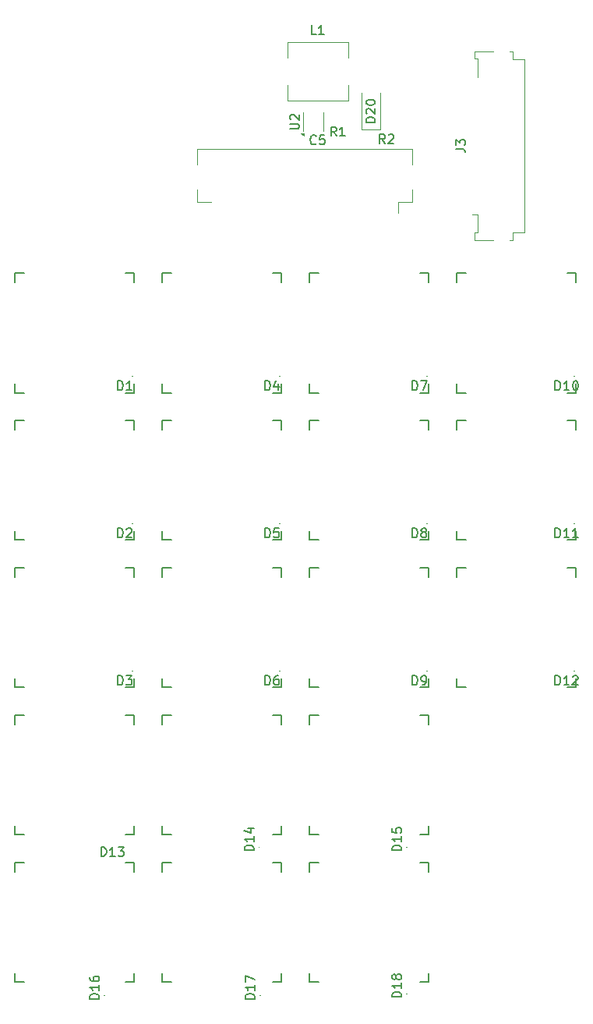
<source format=gto>
G04 #@! TF.GenerationSoftware,KiCad,Pcbnew,9.0.3*
G04 #@! TF.CreationDate,2025-08-28T23:08:17-05:00*
G04 #@! TF.ProjectId,PiPhoneV0,50695068-6f6e-4655-9630-2e6b69636164,rev?*
G04 #@! TF.SameCoordinates,Original*
G04 #@! TF.FileFunction,Legend,Top*
G04 #@! TF.FilePolarity,Positive*
%FSLAX46Y46*%
G04 Gerber Fmt 4.6, Leading zero omitted, Abs format (unit mm)*
G04 Created by KiCad (PCBNEW 9.0.3) date 2025-08-28 23:08:17*
%MOMM*%
%LPD*%
G01*
G04 APERTURE LIST*
%ADD10C,0.150000*%
%ADD11C,0.100000*%
%ADD12C,0.140000*%
%ADD13C,0.120000*%
G04 APERTURE END LIST*
D10*
X107696299Y-170225198D02*
X107696299Y-169225198D01*
X107696299Y-169225198D02*
X107934394Y-169225198D01*
X107934394Y-169225198D02*
X108077251Y-169272817D01*
X108077251Y-169272817D02*
X108172489Y-169368055D01*
X108172489Y-169368055D02*
X108220108Y-169463293D01*
X108220108Y-169463293D02*
X108267727Y-169653769D01*
X108267727Y-169653769D02*
X108267727Y-169796626D01*
X108267727Y-169796626D02*
X108220108Y-169987102D01*
X108220108Y-169987102D02*
X108172489Y-170082340D01*
X108172489Y-170082340D02*
X108077251Y-170177579D01*
X108077251Y-170177579D02*
X107934394Y-170225198D01*
X107934394Y-170225198D02*
X107696299Y-170225198D01*
X108601061Y-169225198D02*
X109220108Y-169225198D01*
X109220108Y-169225198D02*
X108886775Y-169606150D01*
X108886775Y-169606150D02*
X109029632Y-169606150D01*
X109029632Y-169606150D02*
X109124870Y-169653769D01*
X109124870Y-169653769D02*
X109172489Y-169701388D01*
X109172489Y-169701388D02*
X109220108Y-169796626D01*
X109220108Y-169796626D02*
X109220108Y-170034721D01*
X109220108Y-170034721D02*
X109172489Y-170129959D01*
X109172489Y-170129959D02*
X109124870Y-170177579D01*
X109124870Y-170177579D02*
X109029632Y-170225198D01*
X109029632Y-170225198D02*
X108743918Y-170225198D01*
X108743918Y-170225198D02*
X108648680Y-170177579D01*
X108648680Y-170177579D02*
X108601061Y-170129959D01*
X139696299Y-170225198D02*
X139696299Y-169225198D01*
X139696299Y-169225198D02*
X139934394Y-169225198D01*
X139934394Y-169225198D02*
X140077251Y-169272817D01*
X140077251Y-169272817D02*
X140172489Y-169368055D01*
X140172489Y-169368055D02*
X140220108Y-169463293D01*
X140220108Y-169463293D02*
X140267727Y-169653769D01*
X140267727Y-169653769D02*
X140267727Y-169796626D01*
X140267727Y-169796626D02*
X140220108Y-169987102D01*
X140220108Y-169987102D02*
X140172489Y-170082340D01*
X140172489Y-170082340D02*
X140077251Y-170177579D01*
X140077251Y-170177579D02*
X139934394Y-170225198D01*
X139934394Y-170225198D02*
X139696299Y-170225198D01*
X140743918Y-170225198D02*
X140934394Y-170225198D01*
X140934394Y-170225198D02*
X141029632Y-170177579D01*
X141029632Y-170177579D02*
X141077251Y-170129959D01*
X141077251Y-170129959D02*
X141172489Y-169987102D01*
X141172489Y-169987102D02*
X141220108Y-169796626D01*
X141220108Y-169796626D02*
X141220108Y-169415674D01*
X141220108Y-169415674D02*
X141172489Y-169320436D01*
X141172489Y-169320436D02*
X141124870Y-169272817D01*
X141124870Y-169272817D02*
X141029632Y-169225198D01*
X141029632Y-169225198D02*
X140839156Y-169225198D01*
X140839156Y-169225198D02*
X140743918Y-169272817D01*
X140743918Y-169272817D02*
X140696299Y-169320436D01*
X140696299Y-169320436D02*
X140648680Y-169415674D01*
X140648680Y-169415674D02*
X140648680Y-169653769D01*
X140648680Y-169653769D02*
X140696299Y-169749007D01*
X140696299Y-169749007D02*
X140743918Y-169796626D01*
X140743918Y-169796626D02*
X140839156Y-169844245D01*
X140839156Y-169844245D02*
X141029632Y-169844245D01*
X141029632Y-169844245D02*
X141124870Y-169796626D01*
X141124870Y-169796626D02*
X141172489Y-169749007D01*
X141172489Y-169749007D02*
X141220108Y-169653769D01*
X144434819Y-112033333D02*
X145149104Y-112033333D01*
X145149104Y-112033333D02*
X145291961Y-112080952D01*
X145291961Y-112080952D02*
X145387200Y-112176190D01*
X145387200Y-112176190D02*
X145434819Y-112319047D01*
X145434819Y-112319047D02*
X145434819Y-112414285D01*
X144434819Y-111652380D02*
X144434819Y-111033333D01*
X144434819Y-111033333D02*
X144815771Y-111366666D01*
X144815771Y-111366666D02*
X144815771Y-111223809D01*
X144815771Y-111223809D02*
X144863390Y-111128571D01*
X144863390Y-111128571D02*
X144911009Y-111080952D01*
X144911009Y-111080952D02*
X145006247Y-111033333D01*
X145006247Y-111033333D02*
X145244342Y-111033333D01*
X145244342Y-111033333D02*
X145339580Y-111080952D01*
X145339580Y-111080952D02*
X145387200Y-111128571D01*
X145387200Y-111128571D02*
X145434819Y-111223809D01*
X145434819Y-111223809D02*
X145434819Y-111509523D01*
X145434819Y-111509523D02*
X145387200Y-111604761D01*
X145387200Y-111604761D02*
X145339580Y-111652380D01*
X105659819Y-204314285D02*
X104659819Y-204314285D01*
X104659819Y-204314285D02*
X104659819Y-204076190D01*
X104659819Y-204076190D02*
X104707438Y-203933333D01*
X104707438Y-203933333D02*
X104802676Y-203838095D01*
X104802676Y-203838095D02*
X104897914Y-203790476D01*
X104897914Y-203790476D02*
X105088390Y-203742857D01*
X105088390Y-203742857D02*
X105231247Y-203742857D01*
X105231247Y-203742857D02*
X105421723Y-203790476D01*
X105421723Y-203790476D02*
X105516961Y-203838095D01*
X105516961Y-203838095D02*
X105612200Y-203933333D01*
X105612200Y-203933333D02*
X105659819Y-204076190D01*
X105659819Y-204076190D02*
X105659819Y-204314285D01*
X105659819Y-202790476D02*
X105659819Y-203361904D01*
X105659819Y-203076190D02*
X104659819Y-203076190D01*
X104659819Y-203076190D02*
X104802676Y-203171428D01*
X104802676Y-203171428D02*
X104897914Y-203266666D01*
X104897914Y-203266666D02*
X104945533Y-203361904D01*
X104659819Y-201933333D02*
X104659819Y-202123809D01*
X104659819Y-202123809D02*
X104707438Y-202219047D01*
X104707438Y-202219047D02*
X104755057Y-202266666D01*
X104755057Y-202266666D02*
X104897914Y-202361904D01*
X104897914Y-202361904D02*
X105088390Y-202409523D01*
X105088390Y-202409523D02*
X105469342Y-202409523D01*
X105469342Y-202409523D02*
X105564580Y-202361904D01*
X105564580Y-202361904D02*
X105612200Y-202314285D01*
X105612200Y-202314285D02*
X105659819Y-202219047D01*
X105659819Y-202219047D02*
X105659819Y-202028571D01*
X105659819Y-202028571D02*
X105612200Y-201933333D01*
X105612200Y-201933333D02*
X105564580Y-201885714D01*
X105564580Y-201885714D02*
X105469342Y-201838095D01*
X105469342Y-201838095D02*
X105231247Y-201838095D01*
X105231247Y-201838095D02*
X105136009Y-201885714D01*
X105136009Y-201885714D02*
X105088390Y-201933333D01*
X105088390Y-201933333D02*
X105040771Y-202028571D01*
X105040771Y-202028571D02*
X105040771Y-202219047D01*
X105040771Y-202219047D02*
X105088390Y-202314285D01*
X105088390Y-202314285D02*
X105136009Y-202361904D01*
X105136009Y-202361904D02*
X105231247Y-202409523D01*
X123696299Y-154225198D02*
X123696299Y-153225198D01*
X123696299Y-153225198D02*
X123934394Y-153225198D01*
X123934394Y-153225198D02*
X124077251Y-153272817D01*
X124077251Y-153272817D02*
X124172489Y-153368055D01*
X124172489Y-153368055D02*
X124220108Y-153463293D01*
X124220108Y-153463293D02*
X124267727Y-153653769D01*
X124267727Y-153653769D02*
X124267727Y-153796626D01*
X124267727Y-153796626D02*
X124220108Y-153987102D01*
X124220108Y-153987102D02*
X124172489Y-154082340D01*
X124172489Y-154082340D02*
X124077251Y-154177579D01*
X124077251Y-154177579D02*
X123934394Y-154225198D01*
X123934394Y-154225198D02*
X123696299Y-154225198D01*
X125172489Y-153225198D02*
X124696299Y-153225198D01*
X124696299Y-153225198D02*
X124648680Y-153701388D01*
X124648680Y-153701388D02*
X124696299Y-153653769D01*
X124696299Y-153653769D02*
X124791537Y-153606150D01*
X124791537Y-153606150D02*
X125029632Y-153606150D01*
X125029632Y-153606150D02*
X125124870Y-153653769D01*
X125124870Y-153653769D02*
X125172489Y-153701388D01*
X125172489Y-153701388D02*
X125220108Y-153796626D01*
X125220108Y-153796626D02*
X125220108Y-154034721D01*
X125220108Y-154034721D02*
X125172489Y-154129959D01*
X125172489Y-154129959D02*
X125124870Y-154177579D01*
X125124870Y-154177579D02*
X125029632Y-154225198D01*
X125029632Y-154225198D02*
X124791537Y-154225198D01*
X124791537Y-154225198D02*
X124696299Y-154177579D01*
X124696299Y-154177579D02*
X124648680Y-154129959D01*
X138504819Y-204114285D02*
X137504819Y-204114285D01*
X137504819Y-204114285D02*
X137504819Y-203876190D01*
X137504819Y-203876190D02*
X137552438Y-203733333D01*
X137552438Y-203733333D02*
X137647676Y-203638095D01*
X137647676Y-203638095D02*
X137742914Y-203590476D01*
X137742914Y-203590476D02*
X137933390Y-203542857D01*
X137933390Y-203542857D02*
X138076247Y-203542857D01*
X138076247Y-203542857D02*
X138266723Y-203590476D01*
X138266723Y-203590476D02*
X138361961Y-203638095D01*
X138361961Y-203638095D02*
X138457200Y-203733333D01*
X138457200Y-203733333D02*
X138504819Y-203876190D01*
X138504819Y-203876190D02*
X138504819Y-204114285D01*
X138504819Y-202590476D02*
X138504819Y-203161904D01*
X138504819Y-202876190D02*
X137504819Y-202876190D01*
X137504819Y-202876190D02*
X137647676Y-202971428D01*
X137647676Y-202971428D02*
X137742914Y-203066666D01*
X137742914Y-203066666D02*
X137790533Y-203161904D01*
X137933390Y-202019047D02*
X137885771Y-202114285D01*
X137885771Y-202114285D02*
X137838152Y-202161904D01*
X137838152Y-202161904D02*
X137742914Y-202209523D01*
X137742914Y-202209523D02*
X137695295Y-202209523D01*
X137695295Y-202209523D02*
X137600057Y-202161904D01*
X137600057Y-202161904D02*
X137552438Y-202114285D01*
X137552438Y-202114285D02*
X137504819Y-202019047D01*
X137504819Y-202019047D02*
X137504819Y-201828571D01*
X137504819Y-201828571D02*
X137552438Y-201733333D01*
X137552438Y-201733333D02*
X137600057Y-201685714D01*
X137600057Y-201685714D02*
X137695295Y-201638095D01*
X137695295Y-201638095D02*
X137742914Y-201638095D01*
X137742914Y-201638095D02*
X137838152Y-201685714D01*
X137838152Y-201685714D02*
X137885771Y-201733333D01*
X137885771Y-201733333D02*
X137933390Y-201828571D01*
X137933390Y-201828571D02*
X137933390Y-202019047D01*
X137933390Y-202019047D02*
X137981009Y-202114285D01*
X137981009Y-202114285D02*
X138028628Y-202161904D01*
X138028628Y-202161904D02*
X138123866Y-202209523D01*
X138123866Y-202209523D02*
X138314342Y-202209523D01*
X138314342Y-202209523D02*
X138409580Y-202161904D01*
X138409580Y-202161904D02*
X138457200Y-202114285D01*
X138457200Y-202114285D02*
X138504819Y-202019047D01*
X138504819Y-202019047D02*
X138504819Y-201828571D01*
X138504819Y-201828571D02*
X138457200Y-201733333D01*
X138457200Y-201733333D02*
X138409580Y-201685714D01*
X138409580Y-201685714D02*
X138314342Y-201638095D01*
X138314342Y-201638095D02*
X138123866Y-201638095D01*
X138123866Y-201638095D02*
X138028628Y-201685714D01*
X138028628Y-201685714D02*
X137981009Y-201733333D01*
X137981009Y-201733333D02*
X137933390Y-201828571D01*
X139696299Y-154225198D02*
X139696299Y-153225198D01*
X139696299Y-153225198D02*
X139934394Y-153225198D01*
X139934394Y-153225198D02*
X140077251Y-153272817D01*
X140077251Y-153272817D02*
X140172489Y-153368055D01*
X140172489Y-153368055D02*
X140220108Y-153463293D01*
X140220108Y-153463293D02*
X140267727Y-153653769D01*
X140267727Y-153653769D02*
X140267727Y-153796626D01*
X140267727Y-153796626D02*
X140220108Y-153987102D01*
X140220108Y-153987102D02*
X140172489Y-154082340D01*
X140172489Y-154082340D02*
X140077251Y-154177579D01*
X140077251Y-154177579D02*
X139934394Y-154225198D01*
X139934394Y-154225198D02*
X139696299Y-154225198D01*
X140839156Y-153653769D02*
X140743918Y-153606150D01*
X140743918Y-153606150D02*
X140696299Y-153558531D01*
X140696299Y-153558531D02*
X140648680Y-153463293D01*
X140648680Y-153463293D02*
X140648680Y-153415674D01*
X140648680Y-153415674D02*
X140696299Y-153320436D01*
X140696299Y-153320436D02*
X140743918Y-153272817D01*
X140743918Y-153272817D02*
X140839156Y-153225198D01*
X140839156Y-153225198D02*
X141029632Y-153225198D01*
X141029632Y-153225198D02*
X141124870Y-153272817D01*
X141124870Y-153272817D02*
X141172489Y-153320436D01*
X141172489Y-153320436D02*
X141220108Y-153415674D01*
X141220108Y-153415674D02*
X141220108Y-153463293D01*
X141220108Y-153463293D02*
X141172489Y-153558531D01*
X141172489Y-153558531D02*
X141124870Y-153606150D01*
X141124870Y-153606150D02*
X141029632Y-153653769D01*
X141029632Y-153653769D02*
X140839156Y-153653769D01*
X140839156Y-153653769D02*
X140743918Y-153701388D01*
X140743918Y-153701388D02*
X140696299Y-153749007D01*
X140696299Y-153749007D02*
X140648680Y-153844245D01*
X140648680Y-153844245D02*
X140648680Y-154034721D01*
X140648680Y-154034721D02*
X140696299Y-154129959D01*
X140696299Y-154129959D02*
X140743918Y-154177579D01*
X140743918Y-154177579D02*
X140839156Y-154225198D01*
X140839156Y-154225198D02*
X141029632Y-154225198D01*
X141029632Y-154225198D02*
X141124870Y-154177579D01*
X141124870Y-154177579D02*
X141172489Y-154129959D01*
X141172489Y-154129959D02*
X141220108Y-154034721D01*
X141220108Y-154034721D02*
X141220108Y-153844245D01*
X141220108Y-153844245D02*
X141172489Y-153749007D01*
X141172489Y-153749007D02*
X141124870Y-153701388D01*
X141124870Y-153701388D02*
X141029632Y-153653769D01*
X155220108Y-170225198D02*
X155220108Y-169225198D01*
X155220108Y-169225198D02*
X155458203Y-169225198D01*
X155458203Y-169225198D02*
X155601060Y-169272817D01*
X155601060Y-169272817D02*
X155696298Y-169368055D01*
X155696298Y-169368055D02*
X155743917Y-169463293D01*
X155743917Y-169463293D02*
X155791536Y-169653769D01*
X155791536Y-169653769D02*
X155791536Y-169796626D01*
X155791536Y-169796626D02*
X155743917Y-169987102D01*
X155743917Y-169987102D02*
X155696298Y-170082340D01*
X155696298Y-170082340D02*
X155601060Y-170177579D01*
X155601060Y-170177579D02*
X155458203Y-170225198D01*
X155458203Y-170225198D02*
X155220108Y-170225198D01*
X156743917Y-170225198D02*
X156172489Y-170225198D01*
X156458203Y-170225198D02*
X156458203Y-169225198D01*
X156458203Y-169225198D02*
X156362965Y-169368055D01*
X156362965Y-169368055D02*
X156267727Y-169463293D01*
X156267727Y-169463293D02*
X156172489Y-169510912D01*
X157124870Y-169320436D02*
X157172489Y-169272817D01*
X157172489Y-169272817D02*
X157267727Y-169225198D01*
X157267727Y-169225198D02*
X157505822Y-169225198D01*
X157505822Y-169225198D02*
X157601060Y-169272817D01*
X157601060Y-169272817D02*
X157648679Y-169320436D01*
X157648679Y-169320436D02*
X157696298Y-169415674D01*
X157696298Y-169415674D02*
X157696298Y-169510912D01*
X157696298Y-169510912D02*
X157648679Y-169653769D01*
X157648679Y-169653769D02*
X157077251Y-170225198D01*
X157077251Y-170225198D02*
X157696298Y-170225198D01*
X155220108Y-138225198D02*
X155220108Y-137225198D01*
X155220108Y-137225198D02*
X155458203Y-137225198D01*
X155458203Y-137225198D02*
X155601060Y-137272817D01*
X155601060Y-137272817D02*
X155696298Y-137368055D01*
X155696298Y-137368055D02*
X155743917Y-137463293D01*
X155743917Y-137463293D02*
X155791536Y-137653769D01*
X155791536Y-137653769D02*
X155791536Y-137796626D01*
X155791536Y-137796626D02*
X155743917Y-137987102D01*
X155743917Y-137987102D02*
X155696298Y-138082340D01*
X155696298Y-138082340D02*
X155601060Y-138177579D01*
X155601060Y-138177579D02*
X155458203Y-138225198D01*
X155458203Y-138225198D02*
X155220108Y-138225198D01*
X156743917Y-138225198D02*
X156172489Y-138225198D01*
X156458203Y-138225198D02*
X156458203Y-137225198D01*
X156458203Y-137225198D02*
X156362965Y-137368055D01*
X156362965Y-137368055D02*
X156267727Y-137463293D01*
X156267727Y-137463293D02*
X156172489Y-137510912D01*
X157362965Y-137225198D02*
X157458203Y-137225198D01*
X157458203Y-137225198D02*
X157553441Y-137272817D01*
X157553441Y-137272817D02*
X157601060Y-137320436D01*
X157601060Y-137320436D02*
X157648679Y-137415674D01*
X157648679Y-137415674D02*
X157696298Y-137606150D01*
X157696298Y-137606150D02*
X157696298Y-137844245D01*
X157696298Y-137844245D02*
X157648679Y-138034721D01*
X157648679Y-138034721D02*
X157601060Y-138129959D01*
X157601060Y-138129959D02*
X157553441Y-138177579D01*
X157553441Y-138177579D02*
X157458203Y-138225198D01*
X157458203Y-138225198D02*
X157362965Y-138225198D01*
X157362965Y-138225198D02*
X157267727Y-138177579D01*
X157267727Y-138177579D02*
X157220108Y-138129959D01*
X157220108Y-138129959D02*
X157172489Y-138034721D01*
X157172489Y-138034721D02*
X157124870Y-137844245D01*
X157124870Y-137844245D02*
X157124870Y-137606150D01*
X157124870Y-137606150D02*
X157172489Y-137415674D01*
X157172489Y-137415674D02*
X157220108Y-137320436D01*
X157220108Y-137320436D02*
X157267727Y-137272817D01*
X157267727Y-137272817D02*
X157362965Y-137225198D01*
X122459819Y-188194285D02*
X121459819Y-188194285D01*
X121459819Y-188194285D02*
X121459819Y-187956190D01*
X121459819Y-187956190D02*
X121507438Y-187813333D01*
X121507438Y-187813333D02*
X121602676Y-187718095D01*
X121602676Y-187718095D02*
X121697914Y-187670476D01*
X121697914Y-187670476D02*
X121888390Y-187622857D01*
X121888390Y-187622857D02*
X122031247Y-187622857D01*
X122031247Y-187622857D02*
X122221723Y-187670476D01*
X122221723Y-187670476D02*
X122316961Y-187718095D01*
X122316961Y-187718095D02*
X122412200Y-187813333D01*
X122412200Y-187813333D02*
X122459819Y-187956190D01*
X122459819Y-187956190D02*
X122459819Y-188194285D01*
X122459819Y-186670476D02*
X122459819Y-187241904D01*
X122459819Y-186956190D02*
X121459819Y-186956190D01*
X121459819Y-186956190D02*
X121602676Y-187051428D01*
X121602676Y-187051428D02*
X121697914Y-187146666D01*
X121697914Y-187146666D02*
X121745533Y-187241904D01*
X121793152Y-185813333D02*
X122459819Y-185813333D01*
X121412200Y-186051428D02*
X122126485Y-186289523D01*
X122126485Y-186289523D02*
X122126485Y-185670476D01*
X129233333Y-111459580D02*
X129185714Y-111507200D01*
X129185714Y-111507200D02*
X129042857Y-111554819D01*
X129042857Y-111554819D02*
X128947619Y-111554819D01*
X128947619Y-111554819D02*
X128804762Y-111507200D01*
X128804762Y-111507200D02*
X128709524Y-111411961D01*
X128709524Y-111411961D02*
X128661905Y-111316723D01*
X128661905Y-111316723D02*
X128614286Y-111126247D01*
X128614286Y-111126247D02*
X128614286Y-110983390D01*
X128614286Y-110983390D02*
X128661905Y-110792914D01*
X128661905Y-110792914D02*
X128709524Y-110697676D01*
X128709524Y-110697676D02*
X128804762Y-110602438D01*
X128804762Y-110602438D02*
X128947619Y-110554819D01*
X128947619Y-110554819D02*
X129042857Y-110554819D01*
X129042857Y-110554819D02*
X129185714Y-110602438D01*
X129185714Y-110602438D02*
X129233333Y-110650057D01*
X130138095Y-110554819D02*
X129661905Y-110554819D01*
X129661905Y-110554819D02*
X129614286Y-111031009D01*
X129614286Y-111031009D02*
X129661905Y-110983390D01*
X129661905Y-110983390D02*
X129757143Y-110935771D01*
X129757143Y-110935771D02*
X129995238Y-110935771D01*
X129995238Y-110935771D02*
X130090476Y-110983390D01*
X130090476Y-110983390D02*
X130138095Y-111031009D01*
X130138095Y-111031009D02*
X130185714Y-111126247D01*
X130185714Y-111126247D02*
X130185714Y-111364342D01*
X130185714Y-111364342D02*
X130138095Y-111459580D01*
X130138095Y-111459580D02*
X130090476Y-111507200D01*
X130090476Y-111507200D02*
X129995238Y-111554819D01*
X129995238Y-111554819D02*
X129757143Y-111554819D01*
X129757143Y-111554819D02*
X129661905Y-111507200D01*
X129661905Y-111507200D02*
X129614286Y-111459580D01*
X122559819Y-204314285D02*
X121559819Y-204314285D01*
X121559819Y-204314285D02*
X121559819Y-204076190D01*
X121559819Y-204076190D02*
X121607438Y-203933333D01*
X121607438Y-203933333D02*
X121702676Y-203838095D01*
X121702676Y-203838095D02*
X121797914Y-203790476D01*
X121797914Y-203790476D02*
X121988390Y-203742857D01*
X121988390Y-203742857D02*
X122131247Y-203742857D01*
X122131247Y-203742857D02*
X122321723Y-203790476D01*
X122321723Y-203790476D02*
X122416961Y-203838095D01*
X122416961Y-203838095D02*
X122512200Y-203933333D01*
X122512200Y-203933333D02*
X122559819Y-204076190D01*
X122559819Y-204076190D02*
X122559819Y-204314285D01*
X122559819Y-202790476D02*
X122559819Y-203361904D01*
X122559819Y-203076190D02*
X121559819Y-203076190D01*
X121559819Y-203076190D02*
X121702676Y-203171428D01*
X121702676Y-203171428D02*
X121797914Y-203266666D01*
X121797914Y-203266666D02*
X121845533Y-203361904D01*
X121559819Y-202457142D02*
X121559819Y-201790476D01*
X121559819Y-201790476D02*
X122559819Y-202219047D01*
X107696299Y-138225198D02*
X107696299Y-137225198D01*
X107696299Y-137225198D02*
X107934394Y-137225198D01*
X107934394Y-137225198D02*
X108077251Y-137272817D01*
X108077251Y-137272817D02*
X108172489Y-137368055D01*
X108172489Y-137368055D02*
X108220108Y-137463293D01*
X108220108Y-137463293D02*
X108267727Y-137653769D01*
X108267727Y-137653769D02*
X108267727Y-137796626D01*
X108267727Y-137796626D02*
X108220108Y-137987102D01*
X108220108Y-137987102D02*
X108172489Y-138082340D01*
X108172489Y-138082340D02*
X108077251Y-138177579D01*
X108077251Y-138177579D02*
X107934394Y-138225198D01*
X107934394Y-138225198D02*
X107696299Y-138225198D01*
X109220108Y-138225198D02*
X108648680Y-138225198D01*
X108934394Y-138225198D02*
X108934394Y-137225198D01*
X108934394Y-137225198D02*
X108839156Y-137368055D01*
X108839156Y-137368055D02*
X108743918Y-137463293D01*
X108743918Y-137463293D02*
X108648680Y-137510912D01*
X126404819Y-109861904D02*
X127214342Y-109861904D01*
X127214342Y-109861904D02*
X127309580Y-109814285D01*
X127309580Y-109814285D02*
X127357200Y-109766666D01*
X127357200Y-109766666D02*
X127404819Y-109671428D01*
X127404819Y-109671428D02*
X127404819Y-109480952D01*
X127404819Y-109480952D02*
X127357200Y-109385714D01*
X127357200Y-109385714D02*
X127309580Y-109338095D01*
X127309580Y-109338095D02*
X127214342Y-109290476D01*
X127214342Y-109290476D02*
X126404819Y-109290476D01*
X126500057Y-108861904D02*
X126452438Y-108814285D01*
X126452438Y-108814285D02*
X126404819Y-108719047D01*
X126404819Y-108719047D02*
X126404819Y-108480952D01*
X126404819Y-108480952D02*
X126452438Y-108385714D01*
X126452438Y-108385714D02*
X126500057Y-108338095D01*
X126500057Y-108338095D02*
X126595295Y-108290476D01*
X126595295Y-108290476D02*
X126690533Y-108290476D01*
X126690533Y-108290476D02*
X126833390Y-108338095D01*
X126833390Y-108338095D02*
X127404819Y-108909523D01*
X127404819Y-108909523D02*
X127404819Y-108290476D01*
X139696299Y-138225198D02*
X139696299Y-137225198D01*
X139696299Y-137225198D02*
X139934394Y-137225198D01*
X139934394Y-137225198D02*
X140077251Y-137272817D01*
X140077251Y-137272817D02*
X140172489Y-137368055D01*
X140172489Y-137368055D02*
X140220108Y-137463293D01*
X140220108Y-137463293D02*
X140267727Y-137653769D01*
X140267727Y-137653769D02*
X140267727Y-137796626D01*
X140267727Y-137796626D02*
X140220108Y-137987102D01*
X140220108Y-137987102D02*
X140172489Y-138082340D01*
X140172489Y-138082340D02*
X140077251Y-138177579D01*
X140077251Y-138177579D02*
X139934394Y-138225198D01*
X139934394Y-138225198D02*
X139696299Y-138225198D01*
X140601061Y-137225198D02*
X141267727Y-137225198D01*
X141267727Y-137225198D02*
X140839156Y-138225198D01*
X131433333Y-110634819D02*
X131100000Y-110158628D01*
X130861905Y-110634819D02*
X130861905Y-109634819D01*
X130861905Y-109634819D02*
X131242857Y-109634819D01*
X131242857Y-109634819D02*
X131338095Y-109682438D01*
X131338095Y-109682438D02*
X131385714Y-109730057D01*
X131385714Y-109730057D02*
X131433333Y-109825295D01*
X131433333Y-109825295D02*
X131433333Y-109968152D01*
X131433333Y-109968152D02*
X131385714Y-110063390D01*
X131385714Y-110063390D02*
X131338095Y-110111009D01*
X131338095Y-110111009D02*
X131242857Y-110158628D01*
X131242857Y-110158628D02*
X130861905Y-110158628D01*
X132385714Y-110634819D02*
X131814286Y-110634819D01*
X132100000Y-110634819D02*
X132100000Y-109634819D01*
X132100000Y-109634819D02*
X132004762Y-109777676D01*
X132004762Y-109777676D02*
X131909524Y-109872914D01*
X131909524Y-109872914D02*
X131814286Y-109920533D01*
X135654819Y-109169285D02*
X134654819Y-109169285D01*
X134654819Y-109169285D02*
X134654819Y-108931190D01*
X134654819Y-108931190D02*
X134702438Y-108788333D01*
X134702438Y-108788333D02*
X134797676Y-108693095D01*
X134797676Y-108693095D02*
X134892914Y-108645476D01*
X134892914Y-108645476D02*
X135083390Y-108597857D01*
X135083390Y-108597857D02*
X135226247Y-108597857D01*
X135226247Y-108597857D02*
X135416723Y-108645476D01*
X135416723Y-108645476D02*
X135511961Y-108693095D01*
X135511961Y-108693095D02*
X135607200Y-108788333D01*
X135607200Y-108788333D02*
X135654819Y-108931190D01*
X135654819Y-108931190D02*
X135654819Y-109169285D01*
X134750057Y-108216904D02*
X134702438Y-108169285D01*
X134702438Y-108169285D02*
X134654819Y-108074047D01*
X134654819Y-108074047D02*
X134654819Y-107835952D01*
X134654819Y-107835952D02*
X134702438Y-107740714D01*
X134702438Y-107740714D02*
X134750057Y-107693095D01*
X134750057Y-107693095D02*
X134845295Y-107645476D01*
X134845295Y-107645476D02*
X134940533Y-107645476D01*
X134940533Y-107645476D02*
X135083390Y-107693095D01*
X135083390Y-107693095D02*
X135654819Y-108264523D01*
X135654819Y-108264523D02*
X135654819Y-107645476D01*
X134654819Y-107026428D02*
X134654819Y-106931190D01*
X134654819Y-106931190D02*
X134702438Y-106835952D01*
X134702438Y-106835952D02*
X134750057Y-106788333D01*
X134750057Y-106788333D02*
X134845295Y-106740714D01*
X134845295Y-106740714D02*
X135035771Y-106693095D01*
X135035771Y-106693095D02*
X135273866Y-106693095D01*
X135273866Y-106693095D02*
X135464342Y-106740714D01*
X135464342Y-106740714D02*
X135559580Y-106788333D01*
X135559580Y-106788333D02*
X135607200Y-106835952D01*
X135607200Y-106835952D02*
X135654819Y-106931190D01*
X135654819Y-106931190D02*
X135654819Y-107026428D01*
X135654819Y-107026428D02*
X135607200Y-107121666D01*
X135607200Y-107121666D02*
X135559580Y-107169285D01*
X135559580Y-107169285D02*
X135464342Y-107216904D01*
X135464342Y-107216904D02*
X135273866Y-107264523D01*
X135273866Y-107264523D02*
X135035771Y-107264523D01*
X135035771Y-107264523D02*
X134845295Y-107216904D01*
X134845295Y-107216904D02*
X134750057Y-107169285D01*
X134750057Y-107169285D02*
X134702438Y-107121666D01*
X134702438Y-107121666D02*
X134654819Y-107026428D01*
X123696299Y-138225198D02*
X123696299Y-137225198D01*
X123696299Y-137225198D02*
X123934394Y-137225198D01*
X123934394Y-137225198D02*
X124077251Y-137272817D01*
X124077251Y-137272817D02*
X124172489Y-137368055D01*
X124172489Y-137368055D02*
X124220108Y-137463293D01*
X124220108Y-137463293D02*
X124267727Y-137653769D01*
X124267727Y-137653769D02*
X124267727Y-137796626D01*
X124267727Y-137796626D02*
X124220108Y-137987102D01*
X124220108Y-137987102D02*
X124172489Y-138082340D01*
X124172489Y-138082340D02*
X124077251Y-138177579D01*
X124077251Y-138177579D02*
X123934394Y-138225198D01*
X123934394Y-138225198D02*
X123696299Y-138225198D01*
X125124870Y-137558531D02*
X125124870Y-138225198D01*
X124886775Y-137177579D02*
X124648680Y-137891864D01*
X124648680Y-137891864D02*
X125267727Y-137891864D01*
X155220108Y-154225198D02*
X155220108Y-153225198D01*
X155220108Y-153225198D02*
X155458203Y-153225198D01*
X155458203Y-153225198D02*
X155601060Y-153272817D01*
X155601060Y-153272817D02*
X155696298Y-153368055D01*
X155696298Y-153368055D02*
X155743917Y-153463293D01*
X155743917Y-153463293D02*
X155791536Y-153653769D01*
X155791536Y-153653769D02*
X155791536Y-153796626D01*
X155791536Y-153796626D02*
X155743917Y-153987102D01*
X155743917Y-153987102D02*
X155696298Y-154082340D01*
X155696298Y-154082340D02*
X155601060Y-154177579D01*
X155601060Y-154177579D02*
X155458203Y-154225198D01*
X155458203Y-154225198D02*
X155220108Y-154225198D01*
X156743917Y-154225198D02*
X156172489Y-154225198D01*
X156458203Y-154225198D02*
X156458203Y-153225198D01*
X156458203Y-153225198D02*
X156362965Y-153368055D01*
X156362965Y-153368055D02*
X156267727Y-153463293D01*
X156267727Y-153463293D02*
X156172489Y-153510912D01*
X157696298Y-154225198D02*
X157124870Y-154225198D01*
X157410584Y-154225198D02*
X157410584Y-153225198D01*
X157410584Y-153225198D02*
X157315346Y-153368055D01*
X157315346Y-153368055D02*
X157220108Y-153463293D01*
X157220108Y-153463293D02*
X157124870Y-153510912D01*
X129233333Y-99604819D02*
X128757143Y-99604819D01*
X128757143Y-99604819D02*
X128757143Y-98604819D01*
X130090476Y-99604819D02*
X129519048Y-99604819D01*
X129804762Y-99604819D02*
X129804762Y-98604819D01*
X129804762Y-98604819D02*
X129709524Y-98747676D01*
X129709524Y-98747676D02*
X129614286Y-98842914D01*
X129614286Y-98842914D02*
X129519048Y-98890533D01*
X123696299Y-170225198D02*
X123696299Y-169225198D01*
X123696299Y-169225198D02*
X123934394Y-169225198D01*
X123934394Y-169225198D02*
X124077251Y-169272817D01*
X124077251Y-169272817D02*
X124172489Y-169368055D01*
X124172489Y-169368055D02*
X124220108Y-169463293D01*
X124220108Y-169463293D02*
X124267727Y-169653769D01*
X124267727Y-169653769D02*
X124267727Y-169796626D01*
X124267727Y-169796626D02*
X124220108Y-169987102D01*
X124220108Y-169987102D02*
X124172489Y-170082340D01*
X124172489Y-170082340D02*
X124077251Y-170177579D01*
X124077251Y-170177579D02*
X123934394Y-170225198D01*
X123934394Y-170225198D02*
X123696299Y-170225198D01*
X125124870Y-169225198D02*
X124934394Y-169225198D01*
X124934394Y-169225198D02*
X124839156Y-169272817D01*
X124839156Y-169272817D02*
X124791537Y-169320436D01*
X124791537Y-169320436D02*
X124696299Y-169463293D01*
X124696299Y-169463293D02*
X124648680Y-169653769D01*
X124648680Y-169653769D02*
X124648680Y-170034721D01*
X124648680Y-170034721D02*
X124696299Y-170129959D01*
X124696299Y-170129959D02*
X124743918Y-170177579D01*
X124743918Y-170177579D02*
X124839156Y-170225198D01*
X124839156Y-170225198D02*
X125029632Y-170225198D01*
X125029632Y-170225198D02*
X125124870Y-170177579D01*
X125124870Y-170177579D02*
X125172489Y-170129959D01*
X125172489Y-170129959D02*
X125220108Y-170034721D01*
X125220108Y-170034721D02*
X125220108Y-169796626D01*
X125220108Y-169796626D02*
X125172489Y-169701388D01*
X125172489Y-169701388D02*
X125124870Y-169653769D01*
X125124870Y-169653769D02*
X125029632Y-169606150D01*
X125029632Y-169606150D02*
X124839156Y-169606150D01*
X124839156Y-169606150D02*
X124743918Y-169653769D01*
X124743918Y-169653769D02*
X124696299Y-169701388D01*
X124696299Y-169701388D02*
X124648680Y-169796626D01*
X105885714Y-188834819D02*
X105885714Y-187834819D01*
X105885714Y-187834819D02*
X106123809Y-187834819D01*
X106123809Y-187834819D02*
X106266666Y-187882438D01*
X106266666Y-187882438D02*
X106361904Y-187977676D01*
X106361904Y-187977676D02*
X106409523Y-188072914D01*
X106409523Y-188072914D02*
X106457142Y-188263390D01*
X106457142Y-188263390D02*
X106457142Y-188406247D01*
X106457142Y-188406247D02*
X106409523Y-188596723D01*
X106409523Y-188596723D02*
X106361904Y-188691961D01*
X106361904Y-188691961D02*
X106266666Y-188787200D01*
X106266666Y-188787200D02*
X106123809Y-188834819D01*
X106123809Y-188834819D02*
X105885714Y-188834819D01*
X107409523Y-188834819D02*
X106838095Y-188834819D01*
X107123809Y-188834819D02*
X107123809Y-187834819D01*
X107123809Y-187834819D02*
X107028571Y-187977676D01*
X107028571Y-187977676D02*
X106933333Y-188072914D01*
X106933333Y-188072914D02*
X106838095Y-188120533D01*
X107742857Y-187834819D02*
X108361904Y-187834819D01*
X108361904Y-187834819D02*
X108028571Y-188215771D01*
X108028571Y-188215771D02*
X108171428Y-188215771D01*
X108171428Y-188215771D02*
X108266666Y-188263390D01*
X108266666Y-188263390D02*
X108314285Y-188311009D01*
X108314285Y-188311009D02*
X108361904Y-188406247D01*
X108361904Y-188406247D02*
X108361904Y-188644342D01*
X108361904Y-188644342D02*
X108314285Y-188739580D01*
X108314285Y-188739580D02*
X108266666Y-188787200D01*
X108266666Y-188787200D02*
X108171428Y-188834819D01*
X108171428Y-188834819D02*
X107885714Y-188834819D01*
X107885714Y-188834819D02*
X107790476Y-188787200D01*
X107790476Y-188787200D02*
X107742857Y-188739580D01*
X138504819Y-188194285D02*
X137504819Y-188194285D01*
X137504819Y-188194285D02*
X137504819Y-187956190D01*
X137504819Y-187956190D02*
X137552438Y-187813333D01*
X137552438Y-187813333D02*
X137647676Y-187718095D01*
X137647676Y-187718095D02*
X137742914Y-187670476D01*
X137742914Y-187670476D02*
X137933390Y-187622857D01*
X137933390Y-187622857D02*
X138076247Y-187622857D01*
X138076247Y-187622857D02*
X138266723Y-187670476D01*
X138266723Y-187670476D02*
X138361961Y-187718095D01*
X138361961Y-187718095D02*
X138457200Y-187813333D01*
X138457200Y-187813333D02*
X138504819Y-187956190D01*
X138504819Y-187956190D02*
X138504819Y-188194285D01*
X138504819Y-186670476D02*
X138504819Y-187241904D01*
X138504819Y-186956190D02*
X137504819Y-186956190D01*
X137504819Y-186956190D02*
X137647676Y-187051428D01*
X137647676Y-187051428D02*
X137742914Y-187146666D01*
X137742914Y-187146666D02*
X137790533Y-187241904D01*
X137504819Y-185765714D02*
X137504819Y-186241904D01*
X137504819Y-186241904D02*
X137981009Y-186289523D01*
X137981009Y-186289523D02*
X137933390Y-186241904D01*
X137933390Y-186241904D02*
X137885771Y-186146666D01*
X137885771Y-186146666D02*
X137885771Y-185908571D01*
X137885771Y-185908571D02*
X137933390Y-185813333D01*
X137933390Y-185813333D02*
X137981009Y-185765714D01*
X137981009Y-185765714D02*
X138076247Y-185718095D01*
X138076247Y-185718095D02*
X138314342Y-185718095D01*
X138314342Y-185718095D02*
X138409580Y-185765714D01*
X138409580Y-185765714D02*
X138457200Y-185813333D01*
X138457200Y-185813333D02*
X138504819Y-185908571D01*
X138504819Y-185908571D02*
X138504819Y-186146666D01*
X138504819Y-186146666D02*
X138457200Y-186241904D01*
X138457200Y-186241904D02*
X138409580Y-186289523D01*
X136733333Y-111454819D02*
X136400000Y-110978628D01*
X136161905Y-111454819D02*
X136161905Y-110454819D01*
X136161905Y-110454819D02*
X136542857Y-110454819D01*
X136542857Y-110454819D02*
X136638095Y-110502438D01*
X136638095Y-110502438D02*
X136685714Y-110550057D01*
X136685714Y-110550057D02*
X136733333Y-110645295D01*
X136733333Y-110645295D02*
X136733333Y-110788152D01*
X136733333Y-110788152D02*
X136685714Y-110883390D01*
X136685714Y-110883390D02*
X136638095Y-110931009D01*
X136638095Y-110931009D02*
X136542857Y-110978628D01*
X136542857Y-110978628D02*
X136161905Y-110978628D01*
X137114286Y-110550057D02*
X137161905Y-110502438D01*
X137161905Y-110502438D02*
X137257143Y-110454819D01*
X137257143Y-110454819D02*
X137495238Y-110454819D01*
X137495238Y-110454819D02*
X137590476Y-110502438D01*
X137590476Y-110502438D02*
X137638095Y-110550057D01*
X137638095Y-110550057D02*
X137685714Y-110645295D01*
X137685714Y-110645295D02*
X137685714Y-110740533D01*
X137685714Y-110740533D02*
X137638095Y-110883390D01*
X137638095Y-110883390D02*
X137066667Y-111454819D01*
X137066667Y-111454819D02*
X137685714Y-111454819D01*
X107696299Y-154225198D02*
X107696299Y-153225198D01*
X107696299Y-153225198D02*
X107934394Y-153225198D01*
X107934394Y-153225198D02*
X108077251Y-153272817D01*
X108077251Y-153272817D02*
X108172489Y-153368055D01*
X108172489Y-153368055D02*
X108220108Y-153463293D01*
X108220108Y-153463293D02*
X108267727Y-153653769D01*
X108267727Y-153653769D02*
X108267727Y-153796626D01*
X108267727Y-153796626D02*
X108220108Y-153987102D01*
X108220108Y-153987102D02*
X108172489Y-154082340D01*
X108172489Y-154082340D02*
X108077251Y-154177579D01*
X108077251Y-154177579D02*
X107934394Y-154225198D01*
X107934394Y-154225198D02*
X107696299Y-154225198D01*
X108648680Y-153320436D02*
X108696299Y-153272817D01*
X108696299Y-153272817D02*
X108791537Y-153225198D01*
X108791537Y-153225198D02*
X109029632Y-153225198D01*
X109029632Y-153225198D02*
X109124870Y-153272817D01*
X109124870Y-153272817D02*
X109172489Y-153320436D01*
X109172489Y-153320436D02*
X109220108Y-153415674D01*
X109220108Y-153415674D02*
X109220108Y-153510912D01*
X109220108Y-153510912D02*
X109172489Y-153653769D01*
X109172489Y-153653769D02*
X108601061Y-154225198D01*
X108601061Y-154225198D02*
X109220108Y-154225198D01*
D11*
X109344394Y-168720379D02*
G75*
G02*
X109244394Y-168720379I-50000J0D01*
G01*
X109244394Y-168720379D02*
G75*
G02*
X109344394Y-168720379I50000J0D01*
G01*
D12*
X112500000Y-190500000D02*
X112500000Y-189500000D01*
X112500000Y-202500000D02*
X112500000Y-201500000D01*
X112500000Y-202500000D02*
X113500000Y-202500000D01*
X113500000Y-189500000D02*
X112500000Y-189500000D01*
X124500000Y-202500000D02*
X125500000Y-202500000D01*
X125500000Y-189500000D02*
X124500000Y-189500000D01*
X125500000Y-189500000D02*
X125500000Y-190500000D01*
X125500000Y-201500000D02*
X125500000Y-202500000D01*
D11*
X141344394Y-168720379D02*
G75*
G02*
X141244394Y-168720379I-50000J0D01*
G01*
X141244394Y-168720379D02*
G75*
G02*
X141344394Y-168720379I50000J0D01*
G01*
D12*
X96500000Y-190500000D02*
X96500000Y-189500000D01*
X96500000Y-202500000D02*
X96500000Y-201500000D01*
X96500000Y-202500000D02*
X97500000Y-202500000D01*
X97500000Y-189500000D02*
X96500000Y-189500000D01*
X108500000Y-202500000D02*
X109500000Y-202500000D01*
X109500000Y-189500000D02*
X108500000Y-189500000D01*
X109500000Y-189500000D02*
X109500000Y-190500000D01*
X109500000Y-201500000D02*
X109500000Y-202500000D01*
X128500000Y-190500000D02*
X128500000Y-189500000D01*
X128500000Y-202500000D02*
X128500000Y-201500000D01*
X128500000Y-202500000D02*
X129500000Y-202500000D01*
X129500000Y-189500000D02*
X128500000Y-189500000D01*
X140500000Y-202500000D02*
X141500000Y-202500000D01*
X141500000Y-189500000D02*
X140500000Y-189500000D01*
X141500000Y-189500000D02*
X141500000Y-190500000D01*
X141500000Y-201500000D02*
X141500000Y-202500000D01*
X128500000Y-142500000D02*
X128500000Y-141500000D01*
X128500000Y-154500000D02*
X128500000Y-153500000D01*
X128500000Y-154500000D02*
X129500000Y-154500000D01*
X129500000Y-141500000D02*
X128500000Y-141500000D01*
X140500000Y-154500000D02*
X141500000Y-154500000D01*
X141500000Y-141500000D02*
X140500000Y-141500000D01*
X141500000Y-141500000D02*
X141500000Y-142500000D01*
X141500000Y-153500000D02*
X141500000Y-154500000D01*
D13*
X146180000Y-119160000D02*
X146770000Y-119160000D01*
X146420000Y-101490000D02*
X146420000Y-102260000D01*
X146420000Y-102260000D02*
X146770000Y-102260000D01*
X146420000Y-121140000D02*
X146420000Y-121910000D01*
X146420000Y-121910000D02*
X148470000Y-121910000D01*
X146770000Y-102260000D02*
X146770000Y-104240000D01*
X146770000Y-119160000D02*
X146770000Y-121140000D01*
X146770000Y-121140000D02*
X146420000Y-121140000D01*
X148470000Y-101490000D02*
X146420000Y-101490000D01*
X150290000Y-121910000D02*
X150590000Y-121910000D01*
X150590000Y-101490000D02*
X150290000Y-101490000D01*
X150590000Y-102290000D02*
X150590000Y-101490000D01*
X150590000Y-121110000D02*
X151890000Y-121110000D01*
X150590000Y-121910000D02*
X150590000Y-121110000D01*
X151890000Y-102290000D02*
X150590000Y-102290000D01*
X151890000Y-121110000D02*
X151890000Y-102290000D01*
D11*
X106305000Y-203960000D02*
G75*
G02*
X106205000Y-203960000I-50000J0D01*
G01*
X106205000Y-203960000D02*
G75*
G02*
X106305000Y-203960000I50000J0D01*
G01*
X125344394Y-152720379D02*
G75*
G02*
X125244394Y-152720379I-50000J0D01*
G01*
X125244394Y-152720379D02*
G75*
G02*
X125344394Y-152720379I50000J0D01*
G01*
D13*
X116350000Y-112000000D02*
X116350000Y-113740000D01*
X116350000Y-117800000D02*
X116350000Y-116460000D01*
X117840000Y-117800000D02*
X116350000Y-117800000D01*
X138160000Y-117800000D02*
X138160000Y-119000000D01*
X138160000Y-117800000D02*
X139650000Y-117800000D01*
X139650000Y-112000000D02*
X116350000Y-112000000D01*
X139650000Y-113740000D02*
X139650000Y-112000000D01*
X139650000Y-117800000D02*
X139650000Y-116460000D01*
D12*
X96500000Y-126500000D02*
X96500000Y-125500000D01*
X96500000Y-138500000D02*
X96500000Y-137500000D01*
X96500000Y-138500000D02*
X97500000Y-138500000D01*
X97500000Y-125500000D02*
X96500000Y-125500000D01*
X108500000Y-138500000D02*
X109500000Y-138500000D01*
X109500000Y-125500000D02*
X108500000Y-125500000D01*
X109500000Y-125500000D02*
X109500000Y-126500000D01*
X109500000Y-137500000D02*
X109500000Y-138500000D01*
D11*
X139150000Y-203760000D02*
G75*
G02*
X139050000Y-203760000I-50000J0D01*
G01*
X139050000Y-203760000D02*
G75*
G02*
X139150000Y-203760000I50000J0D01*
G01*
X141344394Y-152720379D02*
G75*
G02*
X141244394Y-152720379I-50000J0D01*
G01*
X141244394Y-152720379D02*
G75*
G02*
X141344394Y-152720379I50000J0D01*
G01*
X157344394Y-168720379D02*
G75*
G02*
X157244394Y-168720379I-50000J0D01*
G01*
X157244394Y-168720379D02*
G75*
G02*
X157344394Y-168720379I50000J0D01*
G01*
X157344394Y-136720379D02*
G75*
G02*
X157244394Y-136720379I-50000J0D01*
G01*
X157244394Y-136720379D02*
G75*
G02*
X157344394Y-136720379I50000J0D01*
G01*
D12*
X144500000Y-126500000D02*
X144500000Y-125500000D01*
X144500000Y-138500000D02*
X144500000Y-137500000D01*
X144500000Y-138500000D02*
X145500000Y-138500000D01*
X145500000Y-125500000D02*
X144500000Y-125500000D01*
X156500000Y-138500000D02*
X157500000Y-138500000D01*
X157500000Y-125500000D02*
X156500000Y-125500000D01*
X157500000Y-125500000D02*
X157500000Y-126500000D01*
X157500000Y-137500000D02*
X157500000Y-138500000D01*
X128500000Y-158500000D02*
X128500000Y-157500000D01*
X128500000Y-170500000D02*
X128500000Y-169500000D01*
X128500000Y-170500000D02*
X129500000Y-170500000D01*
X129500000Y-157500000D02*
X128500000Y-157500000D01*
X140500000Y-170500000D02*
X141500000Y-170500000D01*
X141500000Y-157500000D02*
X140500000Y-157500000D01*
X141500000Y-157500000D02*
X141500000Y-158500000D01*
X141500000Y-169500000D02*
X141500000Y-170500000D01*
D11*
X123105000Y-187840000D02*
G75*
G02*
X123005000Y-187840000I-50000J0D01*
G01*
X123005000Y-187840000D02*
G75*
G02*
X123105000Y-187840000I50000J0D01*
G01*
D12*
X96500000Y-174500000D02*
X96500000Y-173500000D01*
X96500000Y-186500000D02*
X96500000Y-185500000D01*
X96500000Y-186500000D02*
X97500000Y-186500000D01*
X97500000Y-173500000D02*
X96500000Y-173500000D01*
X108500000Y-186500000D02*
X109500000Y-186500000D01*
X109500000Y-173500000D02*
X108500000Y-173500000D01*
X109500000Y-173500000D02*
X109500000Y-174500000D01*
X109500000Y-185500000D02*
X109500000Y-186500000D01*
D11*
X123205000Y-203960000D02*
G75*
G02*
X123105000Y-203960000I-50000J0D01*
G01*
X123105000Y-203960000D02*
G75*
G02*
X123205000Y-203960000I50000J0D01*
G01*
D12*
X112500000Y-174500000D02*
X112500000Y-173500000D01*
X112500000Y-186500000D02*
X112500000Y-185500000D01*
X112500000Y-186500000D02*
X113500000Y-186500000D01*
X113500000Y-173500000D02*
X112500000Y-173500000D01*
X124500000Y-186500000D02*
X125500000Y-186500000D01*
X125500000Y-173500000D02*
X124500000Y-173500000D01*
X125500000Y-173500000D02*
X125500000Y-174500000D01*
X125500000Y-185500000D02*
X125500000Y-186500000D01*
D11*
X109344394Y-136720379D02*
G75*
G02*
X109244394Y-136720379I-50000J0D01*
G01*
X109244394Y-136720379D02*
G75*
G02*
X109344394Y-136720379I50000J0D01*
G01*
D13*
X127790000Y-110100000D02*
X127790000Y-108100000D01*
X130010000Y-110100000D02*
X130010000Y-108100000D01*
X127890000Y-110620000D02*
X127610000Y-110340000D01*
X127890000Y-110340000D01*
X127890000Y-110620000D01*
G36*
X127890000Y-110620000D02*
G01*
X127610000Y-110340000D01*
X127890000Y-110340000D01*
X127890000Y-110620000D01*
G37*
D11*
X141344394Y-136720379D02*
G75*
G02*
X141244394Y-136720379I-50000J0D01*
G01*
X141244394Y-136720379D02*
G75*
G02*
X141344394Y-136720379I50000J0D01*
G01*
D12*
X112500000Y-142500000D02*
X112500000Y-141500000D01*
X112500000Y-154500000D02*
X112500000Y-153500000D01*
X112500000Y-154500000D02*
X113500000Y-154500000D01*
X113500000Y-141500000D02*
X112500000Y-141500000D01*
X124500000Y-154500000D02*
X125500000Y-154500000D01*
X125500000Y-141500000D02*
X124500000Y-141500000D01*
X125500000Y-141500000D02*
X125500000Y-142500000D01*
X125500000Y-153500000D02*
X125500000Y-154500000D01*
X112500000Y-126500000D02*
X112500000Y-125500000D01*
X112500000Y-138500000D02*
X112500000Y-137500000D01*
X112500000Y-138500000D02*
X113500000Y-138500000D01*
X113500000Y-125500000D02*
X112500000Y-125500000D01*
X124500000Y-138500000D02*
X125500000Y-138500000D01*
X125500000Y-125500000D02*
X124500000Y-125500000D01*
X125500000Y-125500000D02*
X125500000Y-126500000D01*
X125500000Y-137500000D02*
X125500000Y-138500000D01*
D13*
X134200000Y-109960000D02*
X134200000Y-105950000D01*
X134200000Y-109960000D02*
X136200000Y-109960000D01*
X136200000Y-109960000D02*
X136200000Y-105950000D01*
D12*
X112500000Y-158500000D02*
X112500000Y-157500000D01*
X112500000Y-170500000D02*
X112500000Y-169500000D01*
X112500000Y-170500000D02*
X113500000Y-170500000D01*
X113500000Y-157500000D02*
X112500000Y-157500000D01*
X124500000Y-170500000D02*
X125500000Y-170500000D01*
X125500000Y-157500000D02*
X124500000Y-157500000D01*
X125500000Y-157500000D02*
X125500000Y-158500000D01*
X125500000Y-169500000D02*
X125500000Y-170500000D01*
X128500000Y-174500000D02*
X128500000Y-173500000D01*
X128500000Y-186500000D02*
X128500000Y-185500000D01*
X128500000Y-186500000D02*
X129500000Y-186500000D01*
X129500000Y-173500000D02*
X128500000Y-173500000D01*
X140500000Y-186500000D02*
X141500000Y-186500000D01*
X141500000Y-173500000D02*
X140500000Y-173500000D01*
X141500000Y-173500000D02*
X141500000Y-174500000D01*
X141500000Y-185500000D02*
X141500000Y-186500000D01*
X96500000Y-142500000D02*
X96500000Y-141500000D01*
X96500000Y-154500000D02*
X96500000Y-153500000D01*
X96500000Y-154500000D02*
X97500000Y-154500000D01*
X97500000Y-141500000D02*
X96500000Y-141500000D01*
X108500000Y-154500000D02*
X109500000Y-154500000D01*
X109500000Y-141500000D02*
X108500000Y-141500000D01*
X109500000Y-141500000D02*
X109500000Y-142500000D01*
X109500000Y-153500000D02*
X109500000Y-154500000D01*
D11*
X125344394Y-136720379D02*
G75*
G02*
X125244394Y-136720379I-50000J0D01*
G01*
X125244394Y-136720379D02*
G75*
G02*
X125344394Y-136720379I50000J0D01*
G01*
X157344394Y-152720379D02*
G75*
G02*
X157244394Y-152720379I-50000J0D01*
G01*
X157244394Y-152720379D02*
G75*
G02*
X157344394Y-152720379I50000J0D01*
G01*
D12*
X144500000Y-142500000D02*
X144500000Y-141500000D01*
X144500000Y-154500000D02*
X144500000Y-153500000D01*
X144500000Y-154500000D02*
X145500000Y-154500000D01*
X145500000Y-141500000D02*
X144500000Y-141500000D01*
X156500000Y-154500000D02*
X157500000Y-154500000D01*
X157500000Y-141500000D02*
X156500000Y-141500000D01*
X157500000Y-141500000D02*
X157500000Y-142500000D01*
X157500000Y-153500000D02*
X157500000Y-154500000D01*
D13*
X126100000Y-100400000D02*
X132700000Y-100400000D01*
X126100000Y-102100000D02*
X126100000Y-100400000D01*
X126100000Y-106800000D02*
X126100000Y-105100000D01*
X132700000Y-100400000D02*
X132700000Y-102100000D01*
X132700000Y-105100000D02*
X132700000Y-106800000D01*
X132700000Y-106800000D02*
X126100000Y-106800000D01*
D11*
X125344394Y-168720379D02*
G75*
G02*
X125244394Y-168720379I-50000J0D01*
G01*
X125244394Y-168720379D02*
G75*
G02*
X125344394Y-168720379I50000J0D01*
G01*
D12*
X144500000Y-158500000D02*
X144500000Y-157500000D01*
X144500000Y-170500000D02*
X144500000Y-169500000D01*
X144500000Y-170500000D02*
X145500000Y-170500000D01*
X145500000Y-157500000D02*
X144500000Y-157500000D01*
X156500000Y-170500000D02*
X157500000Y-170500000D01*
X157500000Y-157500000D02*
X156500000Y-157500000D01*
X157500000Y-157500000D02*
X157500000Y-158500000D01*
X157500000Y-169500000D02*
X157500000Y-170500000D01*
D11*
X107150000Y-187840000D02*
G75*
G02*
X107050000Y-187840000I-50000J0D01*
G01*
X107050000Y-187840000D02*
G75*
G02*
X107150000Y-187840000I50000J0D01*
G01*
X139150000Y-187840000D02*
G75*
G02*
X139050000Y-187840000I-50000J0D01*
G01*
X139050000Y-187840000D02*
G75*
G02*
X139150000Y-187840000I50000J0D01*
G01*
D12*
X96500000Y-158500000D02*
X96500000Y-157500000D01*
X96500000Y-170500000D02*
X96500000Y-169500000D01*
X96500000Y-170500000D02*
X97500000Y-170500000D01*
X97500000Y-157500000D02*
X96500000Y-157500000D01*
X108500000Y-170500000D02*
X109500000Y-170500000D01*
X109500000Y-157500000D02*
X108500000Y-157500000D01*
X109500000Y-157500000D02*
X109500000Y-158500000D01*
X109500000Y-169500000D02*
X109500000Y-170500000D01*
X128500000Y-126500000D02*
X128500000Y-125500000D01*
X128500000Y-138500000D02*
X128500000Y-137500000D01*
X128500000Y-138500000D02*
X129500000Y-138500000D01*
X129500000Y-125500000D02*
X128500000Y-125500000D01*
X140500000Y-138500000D02*
X141500000Y-138500000D01*
X141500000Y-125500000D02*
X140500000Y-125500000D01*
X141500000Y-125500000D02*
X141500000Y-126500000D01*
X141500000Y-137500000D02*
X141500000Y-138500000D01*
D11*
X109344394Y-152720379D02*
G75*
G02*
X109244394Y-152720379I-50000J0D01*
G01*
X109244394Y-152720379D02*
G75*
G02*
X109344394Y-152720379I50000J0D01*
G01*
M02*

</source>
